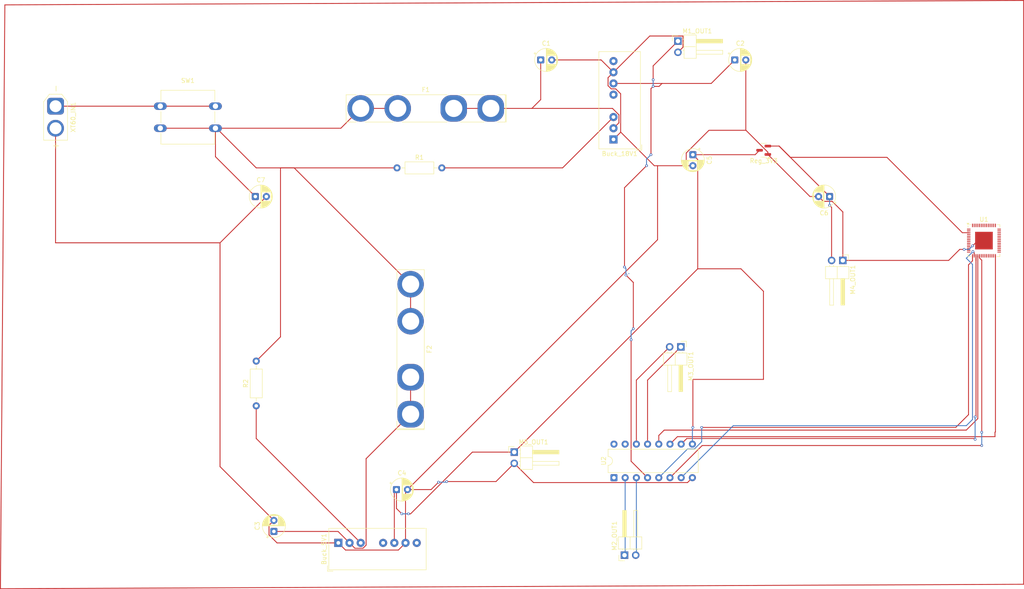
<source format=kicad_pcb>
(kicad_pcb (version 20241229) (generator "pcbnew") (generator_version "9.0")
  (layers (0 "F.Cu" signal) (2 "B.Cu" signal) (13 "F.Paste" user) (15 "B.Paste" user) (5 "F.SilkS" user "F.Silkscreen") (7 "B.SilkS" user "B.Silkscreen") (1 "F.Mask" user) (3 "B.Mask" user) (25 "Edge.Cuts" user))
  (net 0 "")
  (net 1 "GND")
  (net 2 "/+5V")
  (net 3 "Net-(Buck_5V1-+Vin)")
  (net 5 "Net-(Buck_5V1-OnOff)")
  (net 8 "/+18V_MOTOR")
  (net 9 "Net-(Buck_18V1-+Vin)")
  (net 10 "Net-(Buck_18V1-OnOff)")
  (net 12 "/+3V3")
  (net 13 "Net-(SW1-B)")
  (net 14 "Net-(M2_OUT1-Pin_1)")
  (net 15 "Net-(M3_OUT1-Pin_1)")
  (net 19 "Net-(U1-GPIO13)")
  (net 21 "Net-(U1-GPIO12)")
  (net 27 "Net-(U1-VDDA-Pad1)")
  (net 34 "Net-(U1-GPIO14)")
  (net 39 "Net-(U1-GPIO11)")
  (net 50 "Net-(U1-GPIO10)")
  (net 52 "Net-(U1-GPIO21)")
  (net 71 "Net-(M2_OUT1-Pin_2)")
  (net 73 "Net-(M3_OUT1-Pin_2)")
  (footprint "Resistor_THT:R_Axial_DIN0207_L6.3mm_D2.5mm_P10.16mm_Horizontal" (layer "F.Cu") (at 97 122 90)
    (property "Reference" "R2" (at 5.08 -2.37 90) (layer "F.SilkS"))
    (property "Value" "R")
    (pad "1" thru_hole circle (at 0 0 90) (size 1.6 1.6) (drill 0.8) (layers "*.Cu" "*.Mask") (net 5 "Net-(Buck_5V1-OnOff)"))
    (pad "2" thru_hole circle (at 10.16 0 90) (size 1.6 1.6) (drill 0.8) (layers "*.Cu" "*.Mask") (net 13 "Net-(SW1-B)"))
  )
  (footprint "Button_Switch_THT:SW_SPST_Omron_B3F-40xx" (layer "F.Cu") (at 75.25 54)
    (property "Reference" "SW1" (at 6.25 -5.8 0) (layer "F.SilkS"))
    (property "Value" "SW_SPST")
    (pad "" np_thru_hole circle (at 6.25 -2) (size 1.8 1.8) (drill 1.8) (layers "*.Cu" "*.Mask"))
    (pad "" np_thru_hole circle (at 6.25 7) (size 1.8 1.8) (drill 1.8) (layers "*.Cu" "*.Mask"))
    (pad "1" thru_hole oval (at 0 0) (size 2.9 1.7) (drill 1.2) (layers "*.Cu" "*.Mask"))
    (pad "1" thru_hole oval (at 12.5 0) (size 2.9 1.7) (drill 1.2) (layers "*.Cu" "*.Mask"))
    (pad "2" thru_hole oval (at 0 5) (size 2.9 1.7) (drill 1.2) (layers "*.Cu" "*.Mask") (net 13 "Net-(SW1-B)"))
    (pad "2" thru_hole oval (at 12.5 5) (size 2.9 1.7) (drill 1.2) (layers "*.Cu" "*.Mask") (net 13 "Net-(SW1-B)"))
  )
  (footprint "Capacitor_THT:CP_Radial_D5.0mm_P2.50mm" (layer "F.Cu") (at 101 150.5 90)
    (property "Reference" "C3" (at 1.25 -3.75 90) (layer "F.SilkS"))
    (property "Value" "C")
    (pad "1" thru_hole roundrect (at 0 0 90) (size 1.6 1.6) (drill 0.8) (layers "*.Cu" "*.Mask") (roundrect_rratio 0.15625) (net 3 "Net-(Buck_5V1-+Vin)"))
    (pad "2" thru_hole circle (at 2.5 0 90) (size 1.6 1.6) (drill 0.8) (layers "*.Cu" "*.Mask") (net 1 "GND"))
  )
  (footprint "Package_DFN_QFN:QFN-56-1EP_7x7mm_P0.4mm_EP4x4mm" (layer "F.Cu") (at 262 84.5)
    (property "Reference" "U1" (at 0 -4.8 0) (layer "F.SilkS"))
    (property "Value" "ESP32-S2")
    (pad "1" smd roundrect (at -3.45 -2.6) (size 0.8 0.2) (layers "F.Cu" "F.Mask" "F.Paste") (net 27 "Net-(U1-VDDA-Pad1)"))
    (pad "2" smd roundrect (at -3.45 -2.2) (size 0.8 0.2) (layers "F.Cu" "F.Mask" "F.Paste"))
    (pad "3" smd roundrect (at -3.45 -1.8) (size 0.8 0.2) (layers "F.Cu" "F.Mask" "F.Paste") (net 12 "/+3V3"))
    (pad "4" smd roundrect (at -3.45 -1.4) (size 0.8 0.2) (layers "F.Cu" "F.Mask" "F.Paste") (net 12 "/+3V3"))
    (pad "5" smd roundrect (at -3.45 -1) (size 0.8 0.2) (layers "F.Cu" "F.Mask" "F.Paste"))
    (pad "6" smd roundrect (at -3.45 -0.6) (size 0.8 0.2) (layers "F.Cu" "F.Mask" "F.Paste"))
    (pad "7" smd roundrect (at -3.45 -0.2) (size 0.8 0.2) (layers "F.Cu" "F.Mask" "F.Paste"))
    (pad "8" smd roundrect (at -3.45 0.2) (size 0.8 0.2) (layers "F.Cu" "F.Mask" "F.Paste"))
    (pad "9" smd roundrect (at -3.45 0.6) (size 0.8 0.2) (layers "F.Cu" "F.Mask" "F.Paste"))
    (pad "10" smd roundrect (at -3.45 1) (size 0.8 0.2) (layers "F.Cu" "F.Mask" "F.Paste"))
    (pad "11" smd roundrect (at -3.45 1.4) (size 0.8 0.2) (layers "F.Cu" "F.Mask" "F.Paste"))
    (pad "12" smd roundrect (at -3.45 1.8) (size 0.8 0.2) (layers "F.Cu" "F.Mask" "F.Paste"))
    (pad "13" smd roundrect (at -3.45 2.2) (size 0.8 0.2) (layers "F.Cu" "F.Mask" "F.Paste"))
    (pad "14" smd roundrect (at -3.45 2.6) (size 0.8 0.2) (layers "F.Cu" "F.Mask" "F.Paste"))
    (pad "15" smd roundrect (at -2.6 3.45) (size 0.2 0.8) (layers "F.Cu" "F.Mask" "F.Paste") (net 50 "Net-(U1-GPIO10)"))
    (pad "16" smd roundrect (at -2.2 3.45) (size 0.2 0.8) (layers "F.Cu" "F.Mask" "F.Paste") (net 39 "Net-(U1-GPIO11)"))
    (pad "17" smd roundrect (at -1.8 3.45) (size 0.2 0.8) (layers "F.Cu" "F.Mask" "F.Paste") (net 21 "Net-(U1-GPIO12)"))
    (pad "18" smd roundrect (at -1.4 3.45) (size 0.2 0.8) (layers "F.Cu" "F.Mask" "F.Paste") (net 19 "Net-(U1-GPIO13)"))
    (pad "19" smd roundrect (at -1 3.45) (size 0.2 0.8) (layers "F.Cu" "F.Mask" "F.Paste") (net 34 "Net-(U1-GPIO14)"))
    (pad "20" smd roundrect (at -0.6 3.45) (size 0.2 0.8) (layers "F.Cu" "F.Mask" "F.Paste"))
    (pad "21" smd roundrect (at -0.2 3.45) (size 0.2 0.8) (layers "F.Cu" "F.Mask" "F.Paste"))
    (pad "22" smd roundrect (at 0.2 3.45) (size 0.2 0.8) (layers "F.Cu" "F.Mask" "F.Paste"))
    (pad "23" smd roundrect (at 0.6 3.45) (size 0.2 0.8) (layers "F.Cu" "F.Mask" "F.Paste"))
    (pad "24" smd roundrect (at 1 3.45) (size 0.2 0.8) (layers "F.Cu" "F.Mask" "F.Paste"))
    (pad "25" smd roundrect (at 1.4 3.45) (size 0.2 0.8) (layers "F.Cu" "F.Mask" "F.Paste"))
    (pad "26" smd roundrect (at 1.8 3.45) (size 0.2 0.8) (layers "F.Cu" "F.Mask" "F.Paste"))
    (pad "27" smd roundrect (at 2.2 3.45) (size 0.2 0.8) (layers "F.Cu" "F.Mask" "F.Paste"))
    (pad "28" smd roundrect (at 2.6 3.45) (size 0.2 0.8) (layers "F.Cu" "F.Mask" "F.Paste") (net 52 "Net-(U1-GPIO21)"))
    (pad "29" smd roundrect (at 3.45 2.6) (size 0.8 0.2) (layers "F.Cu" "F.Mask" "F.Paste"))
    (pad "30" smd roundrect (at 3.45 2.2) (size 0.8 0.2) (layers "F.Cu" "F.Mask" "F.Paste"))
    (pad "31" smd roundrect (at 3.45 1.8) (size 0.8 0.2) (layers "F.Cu" "F.Mask" "F.Paste"))
    (pad "32" smd roundrect (at 3.45 1.4) (size 0.8 0.2) (layers "F.Cu" "F.Mask" "F.Paste"))
    (pad "33" smd roundrect (at 3.45 1) (size 0.8 0.2) (layers "F.Cu" "F.Mask" "F.Paste"))
    (pad "34" smd roundrect (at 3.45 0.6) (size 0.8 0.2) (layers "F.Cu" "F.Mask" "F.Paste"))
    (pad "35" smd roundrect (at 3.45 0.2) (size 0.8 0.2) (layers "F.Cu" "F.Mask" "F.Paste"))
    (pad "36" smd roundrect (at 3.45 -0.2) (size 0.8 0.2) (layers "F.Cu" "F.Mask" "F.Paste"))
    (pad "37" smd roundrect (at 3.45 -0.6) (size 0.8 0.2) (layers "F.Cu" "F.Mask" "F.Paste"))
    (pad "38" smd roundrect (at 3.45 -1) (size 0.8 0.2) (layers "F.Cu" "F.Mask" "F.Paste"))
    (pad "39" smd roundrect (at 3.45 -1.4) (size 0.8 0.2) (layers "F.Cu" "F.Mask" "F.Paste"))
    (pad "40" smd roundrect (at 3.45 -1.8) (size 0.8 0.2) (layers "F.Cu" "F.Mask" "F.Paste"))
    (pad "41" smd roundrect (at 3.45 -2.2) (size 0.8 0.2) (layers "F.Cu" "F.Mask" "F.Paste"))
    (pad "42" smd roundrect (at 3.45 -2.6) (size 0.8 0.2) (layers "F.Cu" "F.Mask" "F.Paste"))
    (pad "43" smd roundrect (at 2.6 -3.45) (size 0.2 0.8) (layers "F.Cu" "F.Mask" "F.Paste"))
    (pad "44" smd roundrect (at 2.2 -3.45) (size 0.2 0.8) (layers "F.Cu" "F.Mask" "F.Paste"))
    (pad "45" smd roundrect (at 1.8 -3.45) (size 0.2 0.8) (layers "F.Cu" "F.Mask" "F.Paste"))
    (pad "46" smd roundrect (at 1.4 -3.45) (size 0.2 0.8) (layers "F.Cu" "F.Mask" "F.Paste"))
    (pad "47" smd roundrect (at 1 -3.45) (size 0.2 0.8) (layers "F.Cu" "F.Mask" "F.Paste"))
    (pad "48" smd roundrect (at 0.6 -3.45) (size 0.2 0.8) (layers "F.Cu" "F.Mask" "F.Paste"))
    (pad "49" smd roundrect (at 0.2 -3.45) (size 0.2 0.8) (layers "F.Cu" "F.Mask" "F.Paste"))
    (pad "50" smd roundrect (at -0.2 -3.45) (size 0.2 0.8) (layers "F.Cu" "F.Mask" "F.Paste"))
    (pad "51" smd roundrect (at -0.6 -3.45) (size 0.2 0.8) (layers "F.Cu" "F.Mask" "F.Paste") (net 27 "Net-(U1-VDDA-Pad1)"))
    (pad "52" smd roundrect (at -1 -3.45) (size 0.2 0.8) (layers "F.Cu" "F.Mask" "F.Paste"))
    (pad "53" smd roundrect (at -1.4 -3.45) (size 0.2 0.8) (layers "F.Cu" "F.Mask" "F.Paste"))
    (pad "54" smd roundrect (at -1.8 -3.45) (size 0.2 0.8) (layers "F.Cu" "F.Mask" "F.Paste") (net 27 "Net-(U1-VDDA-Pad1)"))
    (pad "55" smd roundrect (at -2.2 -3.45) (size 0.2 0.8) (layers "F.Cu" "F.Mask" "F.Paste"))
    (pad "56" smd roundrect (at -2.6 -3.45) (size 0.2 0.8) (layers "F.Cu" "F.Mask" "F.Paste"))
    (pad "57" smd rect (at 0 0) (size 4 4) (property pad_prop_heatsink) (layers "F.Cu" "F.Mask") (net 1 "GND"))
  )
  (footprint "Connector_PinHeader_2.54mm:PinHeader_1x02_P2.54mm_Horizontal" (layer "F.Cu") (at 155.5 132.5)
    (property "Reference" "M5_OUT1" (at 4.385 -2.27 0) (layer "F.SilkS"))
    (property "Value" "Conn_01x02")
    (pad "1" thru_hole rect (at 0 0) (size 1.7 1.7) (drill 1) (layers "*.Cu" "*.Mask") (net 2 "/+5V"))
    (pad "2" thru_hole circle (at 0 2.54) (size 1.7 1.7) (drill 1) (layers "*.Cu" "*.Mask") (net 1 "GND"))
  )
  (footprint "Package_DIP:DIP-16_W7.62mm" (layer "F.Cu") (at 178.11 138.305 90)
    (property "Reference" "U2" (at 3.81 -2.33 90) (layer "F.SilkS"))
    (property "Value" "L298N")
    (pad "1" thru_hole roundrect (at 0 0 90) (size 1.6 1.6) (drill 0.8) (layers "*.Cu" "*.Mask") (roundrect_rratio 0.15625))
    (pad "2" thru_hole circle (at 0 2.54 90) (size 1.6 1.6) (drill 0.8) (layers "*.Cu" "*.Mask") (net 14 "Net-(M2_OUT1-Pin_1)"))
    (pad "3" thru_hole circle (at 0 5.08 90) (size 1.6 1.6) (drill 0.8) (layers "*.Cu" "*.Mask") (net 71 "Net-(M2_OUT1-Pin_2)"))
    (pad "4" thru_hole circle (at 0 7.62 90) (size 1.6 1.6) (drill 0.8) (layers "*.Cu" "*.Mask") (net 8 "/+18V_MOTOR"))
    (pad "5" thru_hole circle (at 0 10.16 90) (size 1.6 1.6) (drill 0.8) (layers "*.Cu" "*.Mask") (net 50 "Net-(U1-GPIO10)"))
    (pad "6" thru_hole circle (at 0 12.7 90) (size 1.6 1.6) (drill 0.8) (layers "*.Cu" "*.Mask") (net 34 "Net-(U1-GPIO14)"))
    (pad "7" thru_hole circle (at 0 15.24 90) (size 1.6 1.6) (drill 0.8) (layers "*.Cu" "*.Mask") (net 39 "Net-(U1-GPIO11)"))
    (pad "8" thru_hole circle (at 0 17.78 90) (size 1.6 1.6) (drill 0.8) (layers "*.Cu" "*.Mask") (net 1 "GND"))
    (pad "9" thru_hole circle (at 7.62 17.78 90) (size 1.6 1.6) (drill 0.8) (layers "*.Cu" "*.Mask") (net 2 "/+5V"))
    (pad "10" thru_hole circle (at 7.62 15.24 90) (size 1.6 1.6) (drill 0.8) (layers "*.Cu" "*.Mask") (net 21 "Net-(U1-GPIO12)"))
    (pad "11" thru_hole circle (at 7.62 12.7 90) (size 1.6 1.6) (drill 0.8) (layers "*.Cu" "*.Mask") (net 52 "Net-(U1-GPIO21)"))
    (pad "12" thru_hole circle (at 7.62 10.16 90) (size 1.6 1.6) (drill 0.8) (layers "*.Cu" "*.Mask") (net 19 "Net-(U1-GPIO13)"))
    (pad "13" thru_hole circle (at 7.62 7.62 90) (size 1.6 1.6) (drill 0.8) (layers "*.Cu" "*.Mask") (net 15 "Net-(M3_OUT1-Pin_1)"))
    (pad "14" thru_hole circle (at 7.62 5.08 90) (size 1.6 1.6) (drill 0.8) (layers "*.Cu" "*.Mask") (net 73 "Net-(M3_OUT1-Pin_2)"))
    (pad "15" thru_hole circle (at 7.62 2.54 90) (size 1.6 1.6) (drill 0.8) (layers "*.Cu" "*.Mask"))
    (pad "16" thru_hole circle (at 7.62 0 90) (size 1.6 1.6) (drill 0.8) (layers "*.Cu" "*.Mask"))
  )
  (footprint "Converter_DCDC:Converter_DCDC_XP_POWER-ITxxxxxS_THT" (layer "F.Cu") (at 178 61.54 180)
    (property "Reference" "Buck_18V1" (at -1.4 -3.24 180) (layer "F.SilkS"))
    (property "Value" "ITX2424SA-R")
    (pad "1" thru_hole rect (at 0 0 180) (size 1.85 1.85) (drill 0.85) (layers "*.Cu" "*.Mask") (net 1 "GND"))
    (pad "2" thru_hole circle (at 0 2.54 180) (size 1.85 1.85) (drill 0.85) (layers "*.Cu" "*.Mask") (net 9 "Net-(Buck_18V1-+Vin)"))
    (pad "3" thru_hole circle (at 0 5.08 180) (size 1.85 1.85) (drill 0.85) (layers "*.Cu" "*.Mask") (net 10 "Net-(Buck_18V1-OnOff)"))
    (pad "5" thru_hole circle (at 0 10.16 180) (size 1.85 1.85) (drill 0.85) (layers "*.Cu" "*.Mask"))
    (pad "6" thru_hole circle (at 0 12.7 180) (size 1.85 1.85) (drill 0.85) (layers "*.Cu" "*.Mask") (net 8 "/+18V_MOTOR"))
    (pad "7" thru_hole circle (at 0 15.24 180) (size 1.85 1.85) (drill 0.85) (layers "*.Cu" "*.Mask") (net 1 "GND"))
    (pad "8" thru_hole circle (at 0 17.78 180) (size 1.85 1.85) (drill 0.85) (layers "*.Cu" "*.Mask"))
  )
  (footprint "Capacitor_THT:CP_Radial_D5.0mm_P2.50mm" (layer "F.Cu") (at 161.5 43.5)
    (property "Reference" "C1" (at 1.25 -3.75 0) (layer "F.SilkS"))
    (property "Value" "C")
    (pad "1" thru_hole roundrect (at 0 0) (size 1.6 1.6) (drill 0.8) (layers "*.Cu" "*.Mask") (roundrect_rratio 0.15625) (net 9 "Net-(Buck_18V1-+Vin)"))
    (pad "2" thru_hole circle (at 2.5 0) (size 1.6 1.6) (drill 0.8) (layers "*.Cu" "*.Mask") (net 1 "GND"))
  )
  (footprint "Resistor_THT:R_Axial_DIN0207_L6.3mm_D2.5mm_P10.16mm_Horizontal" (layer "F.Cu") (at 128.92 68)
    (property "Reference" "R1" (at 5.08 -2.37 0) (layer "F.SilkS"))
    (property "Value" "R")
    (pad "1" thru_hole circle (at 0 0) (size 1.6 1.6) (drill 0.8) (layers "*.Cu" "*.Mask") (net 13 "Net-(SW1-B)"))
    (pad "2" thru_hole circle (at 10.16 0) (size 1.6 1.6) (drill 0.8) (layers "*.Cu" "*.Mask") (net 10 "Net-(Buck_18V1-OnOff)"))
  )
  (footprint "Fuse:Fuseholder_Keystone_3555-2" (layer "F.Cu") (at 150.1825 54.5 180)
    (property "Reference" "F1" (at 14.75 4.25 180) (layer "F.SilkS"))
    (property "Value" "Fuse")
    (pad "1" thru_hole roundrect (at 0 0 270) (size 6 6) (drill 3.9) (layers "*.Cu" "*.Mask") (roundrect_rratio 0.4) (net 9 "Net-(Buck_18V1-+Vin)"))
    (pad "1" thru_hole roundrect (at 8.4 0 180) (size 6 6) (drill 3.9) (layers "*.Cu" "*.Mask") (roundrect_rratio 0.4) (net 9 "Net-(Buck_18V1-+Vin)"))
    (pad "2" thru_hole circle (at 21.1 0 180) (size 6 6) (drill 3.9) (layers "*.Cu" "*.Mask") (net 13 "Net-(SW1-B)"))
    (pad "2" thru_hole circle (at 29.5 0 180) (size 6 6) (drill 3.9) (layers "*.Cu" "*.Mask") (net 13 "Net-(SW1-B)"))
  )
  (footprint "Capacitor_THT:CP_Radial_D5.0mm_P2.50mm" (layer "F.Cu") (at 227 74.5 180)
    (property "Reference" "C6" (at 1.25 -3.75 180) (layer "F.SilkS"))
    (property "Value" "C")
    (pad "1" thru_hole roundrect (at 0 0 180) (size 1.6 1.6) (drill 0.8) (layers "*.Cu" "*.Mask") (roundrect_rratio 0.15625) (net 12 "/+3V3"))
    (pad "2" thru_hole circle (at 2.5 0 180) (size 1.6 1.6) (drill 0.8) (layers "*.Cu" "*.Mask") (net 1 "GND"))
  )
  (footprint "Connector_PinHeader_2.54mm:PinHeader_1x02_P2.54mm_Horizontal" (layer "F.Cu") (at 192.615 39.225)
    (property "Reference" "M1_OUT1" (at 4.385 -2.27 0) (layer "F.SilkS"))
    (property "Value" "Conn_01x02")
    (pad "1" thru_hole rect (at 0 0) (size 1.7 1.7) (drill 1) (layers "*.Cu" "*.Mask") (net 8 "/+18V_MOTOR"))
    (pad "2" thru_hole circle (at 0 2.54) (size 1.7 1.7) (drill 1) (layers "*.Cu" "*.Mask") (net 1 "GND"))
  )
  (footprint "Capacitor_THT:CP_Radial_D5.0mm_P2.50mm" (layer "F.Cu") (at 128.794888 141)
    (property "Reference" "C4" (at 1.25 -3.75 0) (layer "F.SilkS"))
    (property "Value" "C")
    (pad "1" thru_hole roundrect (at 0 0) (size 1.6 1.6) (drill 0.8) (layers "*.Cu" "*.Mask") (roundrect_rratio 0.15625) (net 2 "/+5V"))
    (pad "2" thru_hole circle (at 2.5 0) (size 1.6 1.6) (drill 0.8) (layers "*.Cu" "*.Mask") (net 1 "GND"))
  )
  (footprint "Connector_PinHeader_2.54mm:PinHeader_1x02_P2.54mm_Horizontal" (layer "F.Cu") (at 180.5 155.885 90)
    (property "Reference" "M2_OUT1" (at 4.385 -2.27 90) (layer "F.SilkS"))
    (property "Value" "Conn_01x02")
    (pad "1" thru_hole rect (at 0 0 90) (size 1.7 1.7) (drill 1) (layers "*.Cu" "*.Mask") (net 14 "Net-(M2_OUT1-Pin_1)"))
    (pad "2" thru_hole circle (at 0 2.54 90) (size 1.7 1.7) (drill 1) (layers "*.Cu" "*.Mask") (net 71 "Net-(M2_OUT1-Pin_2)"))
  )
  (footprint "Converter_DCDC:Converter_DCDC_XP_POWER-ITxxxxxS_THT" (layer "F.Cu") (at 115.61 153.1 90)
    (property "Reference" "Buck_5V1" (at -1.4 -3.24 90) (layer "F.SilkS"))
    (property "Value" "ITX2424SA-R")
    (pad "1" thru_hole rect (at 0 0 90) (size 1.85 1.85) (drill 0.85) (layers "*.Cu" "*.Mask") (net 1 "GND"))
    (pad "2" thru_hole circle (at 0 2.54 90) (size 1.85 1.85) (drill 0.85) (layers "*.Cu" "*.Mask") (net 3 "Net-(Buck_5V1-+Vin)"))
    (pad "3" thru_hole circle (at 0 5.08 90) (size 1.85 1.85) (drill 0.85) (layers "*.Cu" "*.Mask") (net 5 "Net-(Buck_5V1-OnOff)"))
    (pad "5" thru_hole circle (at 0 10.16 90) (size 1.85 1.85) (drill 0.85) (layers "*.Cu" "*.Mask"))
    (pad "6" thru_hole circle (at 0 12.7 90) (size 1.85 1.85) (drill 0.85) (layers "*.Cu" "*.Mask") (net 2 "/+5V"))
    (pad "7" thru_hole circle (at 0 15.24 90) (size 1.85 1.85) (drill 0.85) (layers "*.Cu" "*.Mask") (net 1 "GND"))
    (pad "8" thru_hole circle (at 0 17.78 90) (size 1.85 1.85) (drill 0.85) (layers "*.Cu" "*.Mask"))
  )
  (footprint "Connector_AMASS:AMASS_XT30U-M_1x02_P5.0mm_Vertical" (layer "F.Cu") (at 51.5 54 -90)
    (property "Reference" "XT60_IN1" (at 2.5 -4 270) (layer "F.SilkS"))
    (property "Value" "Conn_01x02")
    (fp_text user "+" (at 9 0 270) (layer "F.SilkS") (effects (font (size 1.5 1.5))))
    (fp_text user "-" (at -4 0 270) (layer "F.SilkS") (effects (font (size 1.5 1.5))))
    (pad "1" thru_hole roundrect (at 0 0 270) (size 3.8 3.8) (drill 2.7) (layers "*.Cu" "*.Mask") (roundrect_rratio 0.2))
    (pad "2" thru_hole circle (at 5 0 270) (size 3.8 3.8) (drill 2.7) (layers "*.Cu" "*.Mask"))
  )
  (footprint "Capacitor_THT:CP_Radial_D5.0mm_P2.50mm" (layer "F.Cu") (at 96.794888 74.5)
    (property "Reference" "C7" (at 1.25 -3.75 0) (layer "F.SilkS"))
    (property "Value" "C")
    (pad "1" thru_hole roundrect (at 0 0) (size 1.6 1.6) (drill 0.8) (layers "*.Cu" "*.Mask") (roundrect_rratio 0.15625) (net 13 "Net-(SW1-B)"))
    (pad "2" thru_hole circle (at 2.5 0) (size 1.6 1.6) (drill 0.8) (layers "*.Cu" "*.Mask") (net 1 "GND"))
  )
  (footprint "Fuse:Fuseholder_Keystone_3555-2" (layer "F.Cu") (at 132 123.9 90)
    (property "Reference" "F2" (at 14.75 4.25 90) (layer "F.SilkS"))
    (property "Value" "Fuse")
    (pad "1" thru_hole roundrect (at 0 0 180) (size 6 6) (drill 3.9) (layers "*.Cu" "*.Mask") (roundrect_rratio 0.4) (net 3 "Net-(Buck_5V1-+Vin)"))
    (pad "1" thru_hole roundrect (at 8.4 0 90) (size 6 6) (drill 3.9) (layers "*.Cu" "*.Mask") (roundrect_rratio 0.4) (net 3 "Net-(Buck_5V1-+Vin)"))
    (pad "2" thru_hole circle (at 21.1 0 90) (size 6 6) (drill 3.9) (layers "*.Cu" "*.Mask") (net 13 "Net-(SW1-B)"))
    (pad "2" thru_hole circle (at 29.5 0 90) (size 6 6) (drill 3.9) (layers "*.Cu" "*.Mask") (net 13 "Net-(SW1-B)"))
  )
  (footprint "Package_TO_SOT_SMD:SOT-23" (layer "F.Cu") (at 212.0625 64 180)
    (property "Reference" "Reg_3V3" (at 0 -2.4 180) (layer "F.SilkS"))
    (property "Value" "MCP1700x-330xxTT")
    (pad "1" smd roundrect (at -0.9375 -0.95 180) (size 1.475 0.6) (layers "F.Cu" "F.Mask" "F.Paste") (net 1 "GND"))
    (pad "2" smd roundrect (at -0.9375 0.95 180) (size 1.475 0.6) (layers "F.Cu" "F.Mask" "F.Paste") (net 12 "/+3V3"))
    (pad "3" smd roundrect (at 0.9375 0 180) (size 1.475 0.6) (layers "F.Cu" "F.Mask" "F.Paste") (net 2 "/+5V"))
  )
  (footprint "Capacitor_THT:CP_Radial_D5.0mm_P2.50mm" (layer "F.Cu") (at 196 65 -90)
    (property "Reference" "C5" (at 1.25 -3.75 270) (layer "F.SilkS"))
    (property "Value" "C")
    (pad "1" thru_hole roundrect (at 0 0 270) (size 1.6 1.6) (drill 0.8) (layers "*.Cu" "*.Mask") (roundrect_rratio 0.15625) (net 2 "/+5V"))
    (pad "2" thru_hole circle (at 2.5 0 270) (size 1.6 1.6) (drill 0.8) (layers "*.Cu" "*.Mask") (net 1 "GND"))
  )
  (footprint "Capacitor_THT:CP_Radial_D5.0mm_P2.50mm" (layer "F.Cu") (at 205.5 43.5)
    (property "Reference" "C2" (at 1.25 -3.75 0) (layer "F.SilkS"))
    (property "Value" "C")
    (pad "1" thru_hole roundrect (at 0 0) (size 1.6 1.6) (drill 0.8) (layers "*.Cu" "*.Mask") (roundrect_rratio 0.15625) (net 8 "/+18V_MOTOR"))
    (pad "2" thru_hole circle (at 2.5 0) (size 1.6 1.6) (drill 0.8) (layers "*.Cu" "*.Mask") (net 1 "GND"))
  )
  (footprint "Connector_PinHeader_2.54mm:PinHeader_1x02_P2.54mm_Horizontal" (layer "F.Cu") (at 230 89 -90)
    (property "Reference" "M4_OUT1" (at 4.385 -2.27 90) (layer "F.SilkS"))
    (property "Value" "Conn_01x02")
    (pad "1" thru_hole rect (at 0 0 270) (size 1.7 1.7) (drill 1) (layers "*.Cu" "*.Mask") (net 1 "GND"))
    (pad "2" thru_hole circle (at 0 2.54 270) (size 1.7 1.7) (drill 1) (layers "*.Cu" "*.Mask") (net 12 "/+3V3"))
  )
  (footprint "Connector_PinHeader_2.54mm:PinHeader_1x02_P2.54mm_Horizontal" (layer "F.Cu") (at 193.275 108.615 -90)
    (property "Reference" "M3_OUT1" (at 4.385 -2.27 90) (layer "F.SilkS"))
    (property "Value" "~")
    (pad "1" thru_hole rect (at 0 0 270) (size 1.7 1.7) (drill 1) (layers "*.Cu" "*.Mask") (net 15 "Net-(M3_OUT1-Pin_1)"))
    (pad "2" thru_hole circle (at 0 2.54 270) (size 1.7 1.7) (drill 1) (layers "*.Cu" "*.Mask") (net 73 "Net-(M3_OUT1-Pin_2)"))
  )
  (gr_line (start 271 162.489107) (end 39 163.5) (stroke (width 0.2)) (layer "F.Cu"))
  (gr_line (start 40 31) (end 271 30) (stroke (width 0.2)) (layer "F.Cu"))
  (gr_line (start 271 30) (end 271 162.489107) (stroke (width 0.2)) (layer "F.Cu"))
  (gr_line (start 39 163.5) (end 40 31) (stroke (width 0.2)) (layer "F.Cu"))
  (segment (start 75.25 54) (end 87.75 54) (width 0.2) (layer "F.Cu") (net 0))
  (segment (start 51.5 54) (end 75.25 54) (width 0.2) (layer "F.Cu") (net 0))
  (segment (start 51.5 85) (end 88.794888 85) (width 0.2) (layer "F.Cu") (net 1))
  (segment (start 208.035266 59.464734) (end 213 64.429468) (width 0.2) (layer "F.Cu") (net 1))
  (segment (start 194.5 67.5) (end 188 67.5) (width 0.2) (layer "F.Cu") (net 1))
  (segment (start 208.035266 59.464734) (end 199.649106 59.464734) (width 0.2) (layer "F.Cu") (net 1))
  (segment (start 101 148) (end 88.794888 135.794888) (width 0.2) (layer "F.Cu") (net 1))
  (segment (start 179.627 59.913) (end 179.627 59.873) (width 0.2) (layer "F.Cu") (net 1))
  (segment (start 256.5 86.5) (end 254 89) (width 0.2) (layer "F.Cu") (net 1))
  (segment (start 164 43.5) (end 175.2 43.5) (width 0.2) (layer "F.Cu") (net 1))
  (segment (start 179.627 51.185174) (end 178.507826 50.066) (width 0.2) (layer "F.Cu") (net 1))
  (segment (start 178.507826 50.066) (end 177.492174 50.066) (width 0.2) (layer "F.Cu") (net 1))
  (segment (start 196 67.5) (end 194.5 67.5) (width 0.2) (layer "F.Cu") (net 1))
  (segment (start 213 64.429468) (end 213 64.95) (width 0.2) (layer "F.Cu") (net 1))
  (segment (start 262 84.5) (end 260.614721 84.5) (width 0.2) (layer "F.Cu") (net 1))
  (segment (start 88.794888 135.794888) (end 88.794888 85) (width 0.2) (layer "F.Cu") (net 1))
  (segment (start 117.237 154.727) (end 115.61 153.1) (width 0.2) (layer "F.Cu") (net 1))
  (segment (start 129.223 154.727) (end 117.237 154.727) (width 0.2) (layer "F.Cu") (net 1))
  (segment (start 192.615 41.765) (end 193.766 40.614) (width 0.2) (layer "F.Cu") (net 1))
  (segment (start 159.866 139.406) (end 155.5 135.04) (width 0.2) (layer "F.Cu") (net 1))
  (segment (start 130.85 153.1) (end 129.223 154.727) (width 0.2) (layer "F.Cu") (net 1))
  (segment (start 187.254 67.5) (end 179.627 59.873) (width 0.2) (layer "F.Cu") (net 1))
  (segment (start 193.766 40.614) (end 193.766 38.074) (width 0.2) (layer "F.Cu") (net 1))
  (segment (start 176.774 49.347826) (end 176.774 47.526) (width 0.2) (layer "F.Cu") (net 1))
  (segment (start 151.365735 139.174265) (end 155.5 135.04) (width 0.2) (layer "F.Cu") (net 1))
  (segment (start 140.174265 139.174265) (end 151.365735 139.174265) (width 0.2) (layer "F.Cu") (net 1))
  (segment (start 136.65147 141) (end 138.325735 139.325735) (width 0.2) (layer "F.Cu") (net 1))
  (segment (start 222.55 74.5) (end 213 64.95) (width 0.2) (layer "F.Cu") (net 1))
  (segment (start 194.5 64.61384) (end 194.5 67.5) (width 0.2) (layer "F.Cu") (net 1))
  (segment (start 208 43.5) (end 208 59.429468) (width 0.2) (layer "F.Cu") (net 1))
  (segment (start 130.85 153.1) (end 130.85 141.444888) (width 0.2) (layer "F.Cu") (net 1))
  (segment (start 230 78) (end 227.601 75.601) (width 0.2) (layer "F.Cu") (net 1))
  (segment (start 179.627 59.873) (end 179.627 51.185174) (width 0.2) (layer "F.Cu") (net 1))
  (segment (start 188 84.294888) (end 188 67.5) (width 0.2) (layer "F.Cu") (net 1))
  (segment (start 99.899 149.101) (end 99.899 151.28516) (width 0.2) (layer "F.Cu") (net 1))
  (segment (start 176.774 47.526) (end 178 46.3) (width 0.2) (layer "F.Cu") (net 1))
  (segment (start 194.789 139.406) (end 159.866 139.406) (width 0.2) (layer "F.Cu") (net 1))
  (segment (start 208 59.429468) (end 208.035266 59.464734) (width 0.2) (layer "F.Cu") (net 1))
  (segment (start 188 67.5) (end 187.254 67.5) (width 0.2) (layer "F.Cu") (net 1))
  (segment (start 230 89) (end 230 78) (width 0.2) (layer "F.Cu") (net 1))
  (segment (start 257.5 86.5) (end 256.5 86.5) (width 0.2) (layer "F.Cu") (net 1))
  (segment (start 193.766 38.074) (end 186.226 38.074) (width 0.2) (layer "F.Cu") (net 1))
  (segment (start 178 61.54) (end 179.627 59.913) (width 0.2) (layer "F.Cu") (net 1))
  (segment (start 51.5 59) (end 51.5 85) (width 0.2) (layer "F.Cu") (net 1))
  (segment (start 199.649106 59.464734) (end 194.5 64.61384) (width 0.2) (layer "F.Cu") (net 1))
  (segment (start 131.294888 141) (end 136.65147 141) (width 0.2) (layer "F.Cu") (net 1))
  (segment (start 175.2 43.5) (end 178 46.3) (width 0.2) (layer "F.Cu") (net 1))
  (segment (start 227.601 75.601) (end 225.601 75.601) (width 0.2) (layer "F.Cu") (net 1))
  (segment (start 130.85 141.444888) (end 131.294888 141) (width 0.2) (layer "F.Cu") (net 1))
  (segment (start 225.601 75.601) (end 224.5 74.5) (width 0.2) (layer "F.Cu") (net 1))
  (segment (start 88.794888 85) (end 99.294888 74.5) (width 0.2) (layer "F.Cu") (net 1))
  (segment (start 101.71384 153.1) (end 115.61 153.1) (width 0.2) (layer "F.Cu") (net 1))
  (segment (start 254 89) (end 230 89) (width 0.2) (layer "F.Cu") (net 1))
  (segment (start 186.226 38.074) (end 178 46.3) (width 0.2) (layer "F.Cu") (net 1))
  (segment (start 177.492174 50.066) (end 176.774 49.347826) (width 0.2) (layer "F.Cu") (net 1))
  (segment (start 260.614721 84.5) (end 259.434744 85.679977) (width 0.2) (layer "F.Cu") (net 1))
  (segment (start 99.899 151.28516) (end 101.71384 153.1) (width 0.2) (layer "F.Cu") (net 1))
  (segment (start 224.5 74.5) (end 222.55 74.5) (width 0.2) (layer "F.Cu") (net 1))
  (segment (start 101 148) (end 99.899 149.101) (width 0.2) (layer "F.Cu") (net 1))
  (segment (start 195.89 138.305) (end 194.789 139.406) (width 0.2) (layer "F.Cu") (net 1))
  (segment (start 131.294888 141) (end 188 84.294888) (width 0.2) (layer "F.Cu") (net 1))
  (via (at 257.5 86.5) (size 0.6) (drill 0.3) (layers "F.Cu" "B.Cu") (net 1))
  (via (at 259.434744 85.679977) (size 0.6) (drill 0.3) (layers "F.Cu" "B.Cu") (net 1))
  (via (at 138.325735 139.325735) (size 0.6) (drill 0.3) (layers "F.Cu" "B.Cu") (net 1))
  (via (at 140.174265 139.174265) (size 0.6) (drill 0.3) (layers "F.Cu" "B.Cu") (net 1))
  (segment (start 140.022795 139.325735) (end 140.174265 139.174265) (width 0.2) (layer "B.Cu") (net 1))
  (segment (start 138.325735 139.325735) (end 140.022795 139.325735) (width 0.2) (layer "B.Cu") (net 1))
  (segment (start 258.614721 86.5) (end 257.5 86.5) (width 0.2) (layer "B.Cu") (net 1))
  (segment (start 259.434744 85.679977) (end 258.614721 86.5) (width 0.2) (layer "B.Cu") (net 1))
  (segment (start 196 65) (end 210.125 65) (width 0.2) (layer "F.Cu") (net 2))
  (segment (start 146 132.5) (end 155.5 132.5) (width 0.2) (layer "F.Cu") (net 2))
  (segment (start 212 116) (end 212 96) (width 0.2) (layer "F.Cu") (net 2))
  (segment (start 128.31 141.484888) (end 128.794888 141) (width 0.2) (layer "F.Cu") (net 2))
  (segment (start 196 126.9) (end 196 116) (width 0.2) (layer "F.Cu") (net 2))
  (segment (start 212 96) (end 206.899 90.899) (width 0.2) (layer "F.Cu") (net 2))
  (segment (start 197.101 90.899) (end 197.101 66.101) (width 0.2) (layer "F.Cu") (net 2))
  (segment (start 155.5 132.5) (end 197.101 90.899) (width 0.2) (layer "F.Cu") (net 2))
  (segment (start 128.794888 141) (end 128.794888 145.294888) (width 0.2) (layer "F.Cu") (net 2))
  (segment (start 197.101 66.101) (end 196 65) (width 0.2) (layer "F.Cu") (net 2))
  (segment (start 196 116) (end 212 116) (width 0.2) (layer "F.Cu") (net 2))
  (segment (start 128.31 153.1) (end 128.31 141.484888) (width 0.2) (layer "F.Cu") (net 2))
  (segment (start 131.5 146.5) (end 132 146.5) (width 0.2) (layer "F.Cu") (net 2))
  (segment (start 128.794888 145.294888) (end 130 146.5) (width 0.2) (layer "F.Cu") (net 2))
  (segment (start 210.125 65) (end 211.125 64) (width 0.2) (layer "F.Cu") (net 2))
  (segment (start 132 146.5) (end 146 132.5) (width 0.2) (layer "F.Cu") (net 2))
  (segment (start 206.899 90.899) (end 197.101 90.899) (width 0.2) (layer "F.Cu") (net 2))
  (via (at 196 126.9) (size 0.6) (drill 0.3) (layers "F.Cu" "B.Cu") (net 2))
  (via (at 131.5 146.5) (size 0.6) (drill 0.3) (layers "F.Cu" "B.Cu") (net 2))
  (via (at 130 146.5) (size 0.6) (drill 0.3) (layers "F.Cu" "B.Cu") (net 2))
  (segment (start 195.89 130.685) (end 195.89 127.01) (width 0.2) (layer "B.Cu") (net 2))
  (segment (start 130 146.5) (end 131.5 146.5) (width 0.2) (layer "B.Cu") (net 2))
  (segment (start 195.89 127.01) (end 196 126.9) (width 0.2) (layer "B.Cu") (net 2))
  (segment (start 119.376 154.326) (end 118.15 153.1) (width 0.2) (layer "F.Cu") (net 3))
  (segment (start 101 150.5) (end 115.55 150.5) (width 0.2) (layer "F.Cu") (net 3))
  (segment (start 121.916 133.984) (end 121.916 153.607826) (width 0.2) (layer "F.Cu") (net 3))
  (segment (start 121.916 153.607826) (end 121.197826 154.326) (width 0.2) (layer "F.Cu") (net 3))
  (segment (start 121.197826 154.326) (end 119.376 154.326) (width 0.2) (layer "F.Cu") (net 3))
  (segment (start 132 123.9) (end 121.916 133.984) (width 0.2) (layer "F.Cu") (net 3))
  (segment (start 115.55 150.5) (end 118.15 153.1) (width 0.2) (layer "F.Cu") (net 3))
  (segment (start 132 123.9) (end 132 115.5) (width 0.2) (layer "F.Cu") (net 3))
  (segment (start 97 129.41) (end 97 122) (width 0.2) (layer "F.Cu") (net 5))
  (segment (start 120.69 153.1) (end 97 129.41) (width 0.2) (layer "F.Cu") (net 5))
  (segment (start 180.5 90.5) (end 180.5 72.5) (width 0.2) (layer "F.Cu") (net 8))
  (segment (start 189 48.84) (end 200.16 48.84) (width 0.2) (layer "F.Cu") (net 8))
  (segment (start 185.73 138.305) (end 182 134.575) (width 0.2) (layer "F.Cu") (net 8))
  (segment (start 186.5 65) (end 186.5 50) (width 0.2) (layer "F.Cu") (net 8))
  (segment (start 187 44.84) (end 192.615 39.225) (width 0.2) (layer "F.Cu") (net 8))
  (segment (start 182.5 94) (end 180.821709 92.321709) (width 0.2) (layer "F.Cu") (net 8))
  (segment (start 182.5 104.5) (end 182.5 94) (width 0.2) (layer "F.Cu") (net 8))
  (segment (start 188.34 49.5) (end 189 48.84) (width 0.2) (layer "F.Cu") (net 8))
  (segment (start 186.5 50) (end 187 49.5) (width 0.2) (layer "F.Cu") (net 8))
  (segment (start 182 134.575) (end 182 107) (width 0.2) (layer "F.Cu") (net 8))
  (segment (start 180.5 72.5) (end 185.5 67.5) (width 0.2) (layer "F.Cu") (net 8))
  (segment (start 187 48) (end 187 44.84) (width 0.2) (layer "F.Cu") (net 8))
  (segment (start 187 49.5) (end 188.34 49.5) (width 0.2) (layer "F.Cu") (net 8))
  (segment (start 200.16 48.84) (end 205.5 43.5) (width 0.2) (layer "F.Cu") (net 8))
  (segment (start 178 48.84) (end 189 48.84) (width 0.2) (layer "F.Cu") (net 8))
  (via (at 187 48) (size 0.6) (drill 0.3) (layers "F.Cu" "B.Cu") (net 8))
  (via (at 182 107) (size 0.6) (drill 0.3) (layers "F.Cu" "B.Cu") (net 8))
  (via (at 182.5 104.5) (size 0.6) (drill 0.3) (layers "F.Cu" "B.Cu") (net 8))
  (via (at 185.5 67.5) (size 0.6) (drill 0.3) (layers "F.Cu" "B.Cu") (net 8))
  (via (at 186.5 65) (size 0.6) (drill 0.3) (layers "F.Cu" "B.Cu") (net 8))
  (via (at 180.5 90.5) (size 0.6) (drill 0.3) (layers "F.Cu" "B.Cu") (net 8))
  (via (at 187 49.5) (size 0.6) (drill 0.3) (layers "F.Cu" "B.Cu") (net 8))
  (via (at 180.821709 92.321709) (size 0.6) (drill 0.3) (layers "F.Cu" "B.Cu") (net 8))
  (segment (start 182 105) (end 182.5 104.5) (width 0.2) (layer "B.Cu") (net 8))
  (segment (start 180.821709 90.821709) (end 180.5 90.5) (width 0.2) (layer "B.Cu") (net 8))
  (segment (start 180.821709 92.321709) (end 180.821709 90.821709) (width 0.2) (layer "B.Cu") (net 8))
  (segment (start 182 107) (end 182 105) (width 0.2) (layer "B.Cu") (net 8))
  (segment (start 181.473179 91.973179) (end 181.5 92) (width 0.2) (layer "B.Cu") (net 8))
  (segment (start 185.5 66) (end 186.5 65) (width 0.2) (layer "B.Cu") (net 8))
  (segment (start 185.5 67.5) (end 185.5 66) (width 0.2) (layer "B.Cu") (net 8))
  (segment (start 187 49.5) (end 187 48) (width 0.2) (layer "B.Cu") (net 8))
  (segment (start 177.773826 54.5) (end 179.226 55.952174) (width 0.2) (layer "F.Cu") (net 9))
  (segment (start 159.5 54.5) (end 177.773826 54.5) (width 0.2) (layer "F.Cu") (net 9))
  (segment (start 179.226 55.952174) (end 179.226 57.774) (width 0.2) (layer "F.Cu") (net 9))
  (segment (start 141.7825 54.5) (end 150.1825 54.5) (width 0.2) (layer "F.Cu") (net 9))
  (segment (start 179.226 57.774) (end 178 59) (width 0.2) (layer "F.Cu") (net 9))
  (segment (start 150.1825 54.5) (end 159.5 54.5) (width 0.2) (layer "F.Cu") (net 9))
  (segment (start 161.5 43.5) (end 161.5 52.5) (width 0.2) (layer "F.Cu") (net 9))
  (segment (start 161.5 52.5) (end 159.5 54.5) (width 0.2) (layer "F.Cu") (net 9))
  (segment (start 139.08 68) (end 166.46 68) (width 0.2) (layer "F.Cu") (net 10))
  (segment (start 166.46 68) (end 178 56.46) (width 0.2) (layer "F.Cu") (net 10))
  (segment (start 240 65.6) (end 218.1 65.6) (width 0.2) (layer "F.Cu") (net 12))
  (segment (start 258.55 82.7) (end 257.1 82.7) (width 0.2) (layer "F.Cu") (net 12))
  (segment (start 257.1 82.7) (end 240 65.6) (width 0.2) (layer "F.Cu") (net 12))
  (segment (start 218.1 65.6) (end 215.55 63.05) (width 0.2) (layer "F.Cu") (net 12))
  (segment (start 215.55 63.05) (end 227 74.5) (width 0.2) (layer "F.Cu") (net 12))
  (segment (start 227.46 89) (end 227.46 76.96) (width 0.2) (layer "F.Cu") (net 12))
  (segment (start 227.46 76.96) (end 227 76.5) (width 0.2) (layer "F.Cu") (net 12))
  (segment (start 213 63.05) (end 215.55 63.05) (width 0.2) (layer "F.Cu") (net 12))
  (via (at 227 74.5) (size 0.6) (drill 0.3) (layers "F.Cu" "B.Cu") (net 12))
  (via (at 227 76.5) (size 0.6) (drill 0.3) (layers "F.Cu" "B.Cu") (net 12))
  (segment (start 227 76.5) (end 227 74.5) (width 0.2) (layer "B.Cu") (net 12))
  (segment (start 75.25 59) (end 87.75 59) (width 0.2) (layer "F.Cu") (net 13))
  (segment (start 102.5 106.34) (end 102.5 68) (width 0.2) (layer "F.Cu") (net 13))
  (segment (start 87.75 59) (end 116.1825 59) (width 0.2) (layer "F.Cu") (net 13))
  (segment (start 102.5 68) (end 128.92 68) (width 0.2) (layer "F.Cu") (net 13))
  (segment (start 105.6 68) (end 102.5 68) (width 0.2) (layer "F.Cu") (net 13))
  (segment (start 87.75 65.455112) (end 96.794888 74.5) (width 0.2) (layer "F.Cu") (net 13))
  (segment (start 132 94.4) (end 105.6 68) (width 0.2) (layer "F.Cu") (net 13))
  (segment (start 116.1825 59) (end 120.6825 54.5) (width 0.2) (layer "F.Cu") (net 13))
  (segment (start 87.75 59) (end 88 59) (width 0.2) (layer "F.Cu") (net 13))
  (segment (start 88 59) (end 97 68) (width 0.2) (layer "F.Cu") (net 13))
  (segment (start 97 68) (end 102.5 68) (width 0.2) (layer "F.Cu") (net 13))
  (segment (start 87.75 59) (end 87.75 65.455112) (width 0.2) (layer "F.Cu") (net 13))
  (segment (start 132 102.8) (end 132 94.4) (width 0.2) (layer "F.Cu") (net 13))
  (segment (start 120.6825 54.5) (end 129.0825 54.5) (width 0.2) (layer "F.Cu") (net 13))
  (segment (start 97 111.84) (end 102.5 106.34) (width 0.2) (layer "F.Cu") (net 13))
  (segment (start 180.65 138.305) (end 180.65 155.735) (width 0.2) (layer "B.Cu") (net 14))
  (segment (start 180.65 155.735) (end 180.5 155.885) (width 0.2) (layer "B.Cu") (net 14))
  (segment (start 185.73 116.16) (end 193.275 108.615) (width 0.2) (layer "F.Cu") (net 15))
  (segment (start 185.73 130.685) (end 185.73 116.16) (width 0.2) (layer "F.Cu") (net 15))
  (segment (start 258 127.5) (end 260.6 124.9) (width 0.2) (layer "F.Cu") (net 19))
  (segment (start 188.27 130.685) (end 188.27 128.73) (width 0.2) (layer "F.Cu") (net 19))
  (segment (start 188.27 128.73) (end 189.5 127.5) (width 0.2) (layer "F.Cu") (net 19))
  (segment (start 189.5 127.5) (end 258 127.5) (width 0.2) (layer "F.Cu") (net 19))
  (segment (start 260.6 124.9) (end 260.6 87.95) (width 0.2) (layer "F.Cu") (net 19))
  (segment (start 260.199 124.301) (end 260.199 89) (width 0.2) (layer "F.Cu") (net 21))
  (segment (start 260.2 87.95) (end 260.2 88.999) (width 0.2) (layer "F.Cu") (net 21))
  (segment (start 194.634 129.401) (end 259.801 129.401) (width 0.2) (layer "F.Cu") (net 21))
  (segment (start 260.199 89) (end 260.199 88.448774) (width 0.2) (layer "F.Cu") (net 21))
  (segment (start 260 124.5) (end 260.199 124.301) (width 0.2) (layer "F.Cu") (net 21))
  (segment (start 193.35 130.685) (end 194.634 129.401) (width 0.2) (layer "F.Cu") (net 21))
  (segment (start 260.2 88.999) (end 260.199 89) (width 0.2) (layer "F.Cu") (net 21))
  (segment (start 259.801 129.401) (end 260 129.6) (width 0.2) (layer "F.Cu") (net 21))
  (via (at 260 129.6) (size 0.6) (drill 0.3) (layers "F.Cu" "B.Cu") (net 21))
  (via (at 260 124.5) (size 0.6) (drill 0.3) (layers "F.Cu" "B.Cu") (net 21))
  (segment (start 260 129.6) (end 260 124.5) (width 0.2) (layer "B.Cu") (net 21))
  (segment (start 190.81 138.305) (end 198.115 131) (width 0.2) (layer "F.Cu") (net 34))
  (segment (start 199.5 131) (end 261.5 131) (width 0.2) (layer "F.Cu") (net 34))
  (segment (start 261.5 88.947774) (end 261.5 128) (width 0.2) (layer "F.Cu") (net 34))
  (segment (start 261 88.447774) (end 261.5 88.947774) (width 0.2) (layer "F.Cu") (net 34))
  (segment (start 261 87.95) (end 261 88.447774) (width 0.2) (layer "F.Cu") (net 34))
  (segment (start 198.115 131) (end 199.5 131) (width 0.2) (layer "F.Cu") (net 34))
  (via (at 261.5 128) (size 0.6) (drill 0.3) (layers "F.Cu" "B.Cu") (net 34))
  (via (at 261.5 131) (size 0.6) (drill 0.3) (layers "F.Cu" "B.Cu") (net 34))
  (segment (start 261.5 131) (end 261.5 128) (width 0.2) (layer "B.Cu") (net 34))
  (segment (start 259.8 87.95) (end 259.8 87.3) (width 0.2) (layer "F.Cu") (net 39))
  (segment (start 259.8 87.3) (end 259.5 87) (width 0.2) (layer "F.Cu") (net 39))
  (via (at 259.5 87) (size 0.6) (drill 0.3) (layers "F.Cu" "B.Cu") (net 39))
  (segment (start 259.399 89.899) (end 259.399 90.601) (width 0.2) (layer "B.Cu") (net 39))
  (segment (start 259.5 87) (end 258 88.5) (width 0.2) (layer "B.Cu") (net 39))
  (segment (start 205.155 126.5) (end 258 126.5) (width 0.2) (layer "B.Cu") (net 39))
  (segment (start 259.399 124.5) (end 259.399 90.601) (width 0.2) (layer "B.Cu") (net 39))
  (segment (start 258 126.5) (end 259.399 125.101) (width 0.2) (layer "B.Cu") (net 39))
  (segment (start 259.399 125.101) (end 259.399 124.5) (width 0.2) (layer "B.Cu") (net 39))
  (segment (start 258 88.5) (end 259.399 89.899) (width 0.2) (layer "B.Cu") (net 39))
  (segment (start 193.35 138.305) (end 205.155 126.5) (width 0.2) (layer "B.Cu") (net 39))
  (segment (start 258.5 90) (end 258.5 124) (width 0.2) (layer "F.Cu") (net 50))
  (segment (start 257.5 125) (end 255.6 126.9) (width 0.2) (layer "F.Cu") (net 50))
  (segment (start 255.6 126.9) (end 198 126.9) (width 0.2) (layer "F.Cu") (net 50))
  (segment (start 259.4 87.95) (end 259.4 89.1) (width 0.2) (layer "F.Cu") (net 50))
  (segment (start 259.4 89.1) (end 258.5 90) (width 0.2) (layer "F.Cu") (net 50))
  (segment (start 258.5 124) (end 257.5 125) (width 0.2) (layer "F.Cu") (net 50))
  (via (at 198 126.9) (size 0.6) (drill 0.3) (layers "F.Cu" "B.Cu") (net 50))
  (segment (start 196.34605 131.786) (end 194.789 131.786) (width 0.2) (layer "B.Cu") (net 50))
  (segment (start 194.789 131.786) (end 188.27 138.305) (width 0.2) (layer "B.Cu") (net 50))
  (segment (start 198 126.9) (end 198 130.13205) (width 0.2) (layer "B.Cu") (net 50))
  (segment (start 198 130.13205) (end 196.34605 131.786) (width 0.2) (layer "B.Cu") (net 50))
  (segment (start 192.495 129) (end 264.5 129) (width 0.2) (layer "F.Cu") (net 52))
  (segment (start 264.601 127.899) (end 264.601 87.95) (width 0.2) (layer "F.Cu") (net 52))
  (segment (start 264.5 128) (end 264.601 127.899) (width 0.2) (layer "F.Cu") (net 52))
  (segment (start 264.5 129) (end 264.5 128) (width 0.2) (layer "F.Cu") (net 52))
  (segment (start 190.81 130.685) (end 192.495 129) (width 0.2) (layer "F.Cu") (net 52))
  (segment (start 183.19 138.305) (end 183.19 155.735) (width 0.2) (layer "B.Cu") (net 71))
  (segment (start 183.19 155.735) (end 183.04 155.885) (width 0.2) (layer "B.Cu") (net 71))
  (segment (start 183.19 130.685) (end 183.19 116.16) (width 0.2) (layer "F.Cu") (net 73))
  (segment (start 183.19 116.16) (end 190.735 108.615) (width 0.2) (layer "F.Cu") (net 73))
)
</source>
